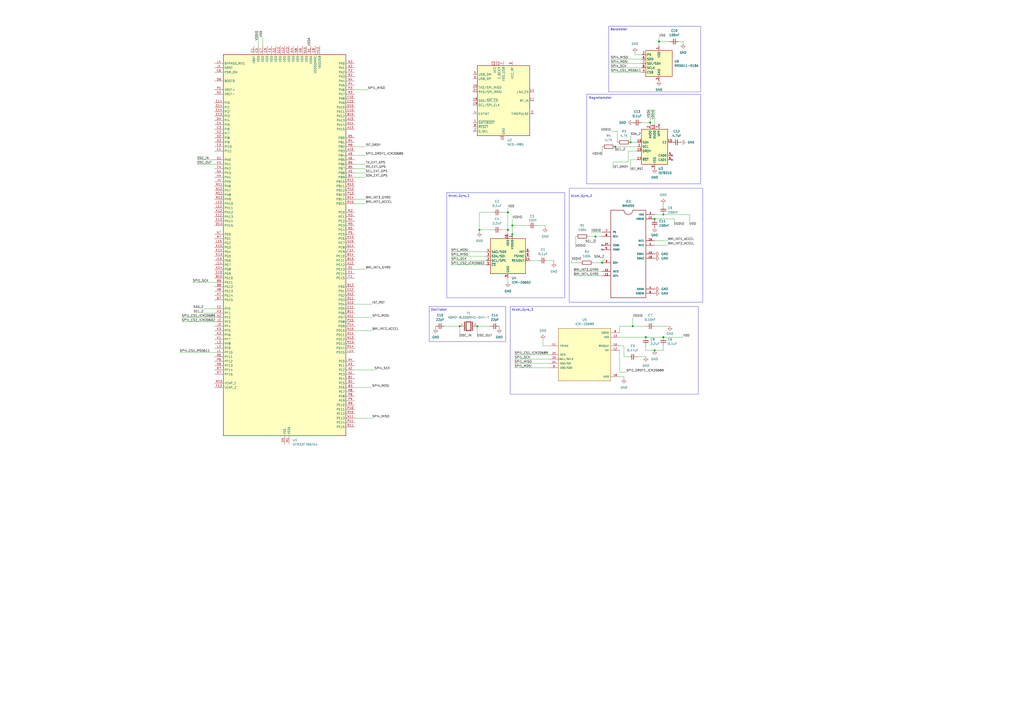
<source format=kicad_sch>
(kicad_sch (version 20250114) (generator "eeschema") (generator_version "9.0")
  (paper "A2")
  (title_block (title "STM32 Value Line Discovery - Shiled board") (date "20 oct 2012") (rev "1.0"))
  (lib_symbols
    (symbol "ABM2-8.000MHZ-D4Y-T:ABM2-8.000MHZ-D4Y-T" (pin_names (offset 1.016))
      (property "Reference" "Y" (at -5.0878 3.8159 0))
      (property "Value" "ABM2-8.000MHZ-D4Y-T" (at -5.0944 -5.0944 0))
      (symbol "ABM2-8.000MHZ-D4Y-T_0_0"
        (pin passive line (at -5.08 0 0) (length 2.54) (name "~") (number "1"))
        (pin passive line (at 5.08 0 180) (length 2.54) (name "~") (number "2"))
      )
    )
    (symbol "BMI055:BMI055" (pin_names (offset 1.016))
      (property "Reference" "IC" (at -10.1755 22.8948 0))
      (property "Value" "BMI055" (at -10.1753 -35.6135 0))
      (symbol "BMI055_0_0"
        (pin input line (at -15.24 7.62 0) (length 5.08) (name "PS") (number "7"))
        (pin input line (at -15.24 5.08 0) (length 5.08) (name "SCX") (number "8"))
        (pin input line (at -15.24 0 0) (length 5.08) (name "CSB1") (number "14"))
        (pin input line (at -15.24 -2.54 0) (length 5.08) (name "CSB2") (number "5"))
        (pin bidirectional line (at -15.24 -10.16 0) (length 5.08) (name "SDX") (number "9"))
        (pin bidirectional line (at -15.24 -15.24 0) (length 5.08) (name "INT3") (number "12"))
        (pin bidirectional line (at -15.24 -17.78 0) (length 5.08) (name "INT4") (number "13"))
        (pin power_in line (at 15.24 17.78 180) (length 5.08) (name "VDD") (number "3"))
        (pin power_in line (at 15.24 15.24 180) (length 5.08) (name "VDDIO") (number "11"))
        (pin output line (at 15.24 2.54 180) (length 5.08) (name "INT1") (number "16"))
        (pin output line (at 15.24 0 180) (length 5.08) (name "INT2") (number "1"))
        (pin output line (at 15.24 -5.08 180) (length 5.08) (name "SDO1") (number "15"))
        (pin output line (at 15.24 -7.62 180) (length 5.08) (name "SDO2") (number "10"))
        (pin passive line (at 15.24 -25.4 180) (length 5.08) (name "GNDA") (number "4"))
        (pin passive line (at 15.24 -27.94 180) (length 5.08) (name "GNDIO") (number "6"))
      )
    )
    (symbol "Device:C_Small" (pin_numbers (hide yes)) (pin_names (offset 0.254) (hide yes))
      (property "Reference" "C" (at 0.254 1.778 0))
      (property "Value" "C_Small" (at 0.254 -2.032 0))
      (symbol "C_Small_1_1"
        (pin passive line (at 0 2.54 270) (length 2.032) (name "~") (number "1"))
        (pin passive line (at 0 -2.54 90) (length 2.032) (name "~") (number "2"))
      )
    )
    (symbol "Device:R" (pin_numbers (hide yes)) (pin_names (offset 0))
      (property "Reference" "R" (at 2.032 0 90))
      (property "Value" "R" (at 0 0 90))
      (symbol "R_1_1"
        (pin passive line (at 0 3.81 270) (length 1.27) (name "~") (number "1"))
        (pin passive line (at 0 -3.81 90) (length 1.27) (name "~") (number "2"))
      )
    )
    (symbol "ICM-20689:ICM-20689" (pin_names (offset 1.016))
      (property "Reference" "U" (at -15.2635 15.7723 0))
      (property "Value" "ICM-20689" (at -15.265 -17.8092 0))
      (symbol "ICM-20689_0_0"
        (pin input line (at -20.32 5.08 0) (length 5.08) (name "FSYNC") (number "11"))
        (pin input line (at -20.32 0 0) (length 5.08) (name "NCS") (number "22"))
        (pin input clock (at -20.32 -2.54 0) (length 5.08) (name "SCL/SCLK") (number "23"))
        (pin bidirectional line (at -20.32 -5.08 0) (length 5.08) (name "SDA/SDI") (number "24"))
        (pin bidirectional line (at -20.32 -7.62 0) (length 5.08) (name "AD0/SDO") (number "9"))
        (pin power_in line (at 20.32 12.7 180) (length 5.08) (name "VDDIO") (number "8"))
        (pin power_in line (at 20.32 10.16 180) (length 5.08) (name "VDD") (number "13"))
        (pin output line (at 20.32 5.08 180) (length 5.08) (name "REGOUT") (number "10"))
        (pin output line (at 20.32 2.54 180) (length 5.08) (name "INT") (number "12"))
        (pin power_in line (at 20.32 -12.7 180) (length 5.08) (name "GND") (number "18"))
      )
    )
    (symbol "MCU_ST_STM32F7:STM32F765IIKx"
      (property "Reference" "U" (at -35.56 113.03 0))
      (property "Value" "STM32F765IIKx" (at 22.86 113.03 0))
      (symbol "STM32F765IIKx_1_1"
        (pin input line (at -40.64 106.68 0) (length 5.08) (name "BYPASS_REG") (number "L4"))
        (pin input line (at -40.64 104.14 0) (length 5.08) (name "NRST") (number "J1"))
        (pin input line (at -40.64 101.6 0) (length 5.08) (name "PDR_ON") (number "C6"))
        (pin input line (at -40.64 96.52 0) (length 5.08) (name "BOOT0") (number "D6"))
        (pin input line (at -40.64 91.44 0) (length 5.08) (name "VREF+") (number "P1"))
        (pin input line (at -40.64 88.9 0) (length 5.08) (name "VREF-") (number "N1"))
        (pin bidirectional line (at -40.64 83.82 0) (length 5.08) (name "PI0") (number "E14"))
        (pin bidirectional line (at -40.64 81.28 0) (length 5.08) (name "PI1") (number "D14"))
        (pin bidirectional line (at -40.64 78.74 0) (length 5.08) (name "PI2") (number "C14"))
        (pin bidirectional line (at -40.64 76.2 0) (length 5.08) (name "PI3") (number "C13"))
        (pin bidirectional line (at -40.64 73.66 0) (length 5.08) (name "PI4") (number "D4"))
        (pin bidirectional line (at -40.64 71.12 0) (length 5.08) (name "PI5") (number "C4"))
        (pin bidirectional line (at -40.64 68.58 0) (length 5.08) (name "PI6") (number "C3"))
        (pin bidirectional line (at -40.64 66.04 0) (length 5.08) (name "PI7") (number "C2"))
        (pin bidirectional line (at -40.64 63.5 0) (length 5.08) (name "PI8") (number "D2"))
        (pin bidirectional line (at -40.64 60.96 0) (length 5.08) (name "PI9") (number "D3"))
        (pin bidirectional line (at -40.64 58.42 0) (length 5.08) (name "PI10") (number "E3"))
        (pin bidirectional line (at -40.64 55.88 0) (length 5.08) (name "PI11") (number "E4"))
        (pin bidirectional line (at -40.64 50.8 0) (length 5.08) (name "PH0") (number "G1"))
        (pin bidirectional line (at -40.64 48.26 0) (length 5.08) (name "PH1") (number "H1"))
        (pin bidirectional line (at -40.64 45.72 0) (length 5.08) (name "PH2") (number "F4"))
        (pin bidirectional line (at -40.64 43.18 0) (length 5.08) (name "PH3") (number "G4"))
        (pin bidirectional line (at -40.64 40.64 0) (length 5.08) (name "PH4") (number "H4"))
        (pin bidirectional line (at -40.64 38.1 0) (length 5.08) (name "PH5") (number "J4"))
        (pin bidirectional line (at -40.64 35.56 0) (length 5.08) (name "PH6") (number "M11"))
        (pin bidirectional line (at -40.64 33.02 0) (length 5.08) (name "PH7") (number "N12"))
        (pin bidirectional line (at -40.64 30.48 0) (length 5.08) (name "PH8") (number "M12"))
        (pin bidirectional line (at -40.64 27.94 0) (length 5.08) (name "PH9") (number "M13"))
        (pin bidirectional line (at -40.64 25.4 0) (length 5.08) (name "PH10") (number "L13"))
        (pin bidirectional line (at -40.64 22.86 0) (length 5.08) (name "PH11") (number "L12"))
        (pin bidirectional line (at -40.64 20.32 0) (length 5.08) (name "PH12") (number "K12"))
        (pin bidirectional line (at -40.64 17.78 0) (length 5.08) (name "PH13") (number "E12"))
        (pin bidirectional line (at -40.64 15.24 0) (length 5.08) (name "PH14") (number "E13"))
        (pin bidirectional line (at -40.64 12.7 0) (length 5.08) (name "PH15") (number "D13"))
        (pin bidirectional line (at -40.64 7.62 0) (length 5.08) (name "PG0") (number "N7"))
        (pin bidirectional line (at -40.64 5.08 0) (length 5.08) (name "PG1") (number "M7"))
        (pin bidirectional line (at -40.64 2.54 0) (length 5.08) (name "PG2") (number "L15"))
        (pin bidirectional line (at -40.64 0 0) (length 5.08) (name "PG3") (number "K15"))
        (pin bidirectional line (at -40.64 -2.54 0) (length 5.08) (name "PG4") (number "K14"))
        (pin bidirectional line (at -40.64 -5.08 0) (length 5.08) (name "PG5") (number "K13"))
        (pin bidirectional line (at -40.64 -7.62 0) (length 5.08) (name "PG6") (number "J15"))
        (pin bidirectional line (at -40.64 -10.16 0) (length 5.08) (name "PG7") (number "J14"))
        (pin bidirectional line (at -40.64 -12.7 0) (length 5.08) (name "PG8") (number "H14"))
        (pin bidirectional line (at -40.64 -15.24 0) (length 5.08) (name "PG9") (number "C10"))
        (pin bidirectional line (at -40.64 -17.78 0) (length 5.08) (name "PG10") (number "B10"))
        (pin bidirectional line (at -40.64 -20.32 0) (length 5.08) (name "PG11") (number "B9"))
        (pin bidirectional line (at -40.64 -22.86 0) (length 5.08) (name "PG12") (number "B8"))
        (pin bidirectional line (at -40.64 -25.4 0) (length 5.08) (name "PG13") (number "A8"))
        (pin bidirectional line (at -40.64 -27.94 0) (length 5.08) (name "PG14") (number "A7"))
        (pin bidirectional line (at -40.64 -30.48 0) (length 5.08) (name "PG15") (number "B7"))
        (pin bidirectional line (at -40.64 -35.56 0) (length 5.08) (name "PF0") (number "E2"))
        (pin bidirectional line (at -40.64 -38.1 0) (length 5.08) (name "PF1") (number "H3"))
        (pin bidirectional line (at -40.64 -40.64 0) (length 5.08) (name "PF2") (number "H2"))
        (pin bidirectional line (at -40.64 -43.18 0) (length 5.08) (name "PF3") (number "J2"))
        (pin bidirectional line (at -40.64 -45.72 0) (length 5.08) (name "PF4") (number "J3"))
        (pin bidirectional line (at -40.64 -48.26 0) (length 5.08) (name "PF5") (number "K3"))
        (pin bidirectional line (at -40.64 -50.8 0) (length 5.08) (name "PF6") (number "K2"))
        (pin bidirectional line (at -40.64 -53.34 0) (length 5.08) (name "PF7") (number "K1"))
        (pin bidirectional line (at -40.64 -55.88 0) (length 5.08) (name "PF8") (number "L3"))
        (pin bidirectional line (at -40.64 -58.42 0) (length 5.08) (name "PF9") (number "L2"))
        (pin bidirectional line (at -40.64 -60.96 0) (length 5.08) (name "PF10") (number "L1"))
        (pin bidirectional line (at -40.64 -63.5 0) (length 5.08) (name "PF11") (number "R6"))
        (pin bidirectional line (at -40.64 -66.04 0) (length 5.08) (name "PF12") (number "P6"))
        (pin bidirectional line (at -40.64 -68.58 0) (length 5.08) (name "PF13") (number "N6"))
        (pin bidirectional line (at -40.64 -71.12 0) (length 5.08) (name "PF14") (number "R7"))
        (pin bidirectional line (at -40.64 -73.66 0) (length 5.08) (name "PF15") (number "P7"))
        (pin power_out line (at -40.64 -78.74 0) (length 5.08) (name "VCAP_1") (number "M10"))
        (pin power_out line (at -40.64 -81.28 0) (length 5.08) (name "VCAP_2") (number "F13"))
        (pin power_in line (at -17.78 116.84 270) (length 5.08) (name "VBAT") (number "C1"))
        (pin power_in line (at -15.24 116.84 270) (length 5.08) (name "VDD") (number "C5"))
        (pin power_in line (at -12.7 116.84 270) (length 5.08) (name "VDD") (number "C7"))
        (pin power_in line (at -10.16 116.84 270) (length 5.08) (name "VDD") (number "C9"))
        (pin power_in line (at -7.62 116.84 270) (length 5.08) (name "VDD") (number "F3"))
        (pin power_in line (at -5.08 116.84 270) (length 5.08) (name "VDD") (number "G3"))
        (pin power_in line (at -2.54 116.84 270) (length 5.08) (name "VDD") (number "G13"))
        (pin power_in line (at 0 116.84 270) (length 5.08) (name "VDD") (number "J12"))
        (pin power_in line (at 0 -114.3 90) (length 5.08) (name "VSS") (number "D5"))
        (pin passive line (at 0 -114.3 90) (length 5.08) (hide yes) (name "VSS") (number "D7"))
        (pin passive line (at 0 -114.3 90) (length 5.08) (hide yes) (name "VSS") (number "D8"))
        (pin passive line (at 0 -114.3 90) (length 5.08) (hide yes) (name "VSS") (number "D9"))
        (pin passive line (at 0 -114.3 90) (length 5.08) (hide yes) (name "VSS") (number "F10"))
        (pin passive line (at 0 -114.3 90) (length 5.08) (hide yes) (name "VSS") (number "F12"))
        (pin passive line (at 0 -114.3 90) (length 5.08) (hide yes) (name "VSS") (number "F2"))
        (pin passive line (at 0 -114.3 90) (length 5.08) (hide yes) (name "VSS") (number "F6"))
        (pin passive line (at 0 -114.3 90) (length 5.08) (hide yes) (name "VSS") (number "F7"))
        (pin passive line (at 0 -114.3 90) (length 5.08) (hide yes) (name "VSS") (number "F8"))
        (pin passive line (at 0 -114.3 90) (length 5.08) (hide yes) (name "VSS") (number "F9"))
        (pin passive line (at 0 -114.3 90) (length 5.08) (hide yes) (name "VSS") (number "G10"))
        (pin passive line (at 0 -114.3 90) (length 5.08) (hide yes) (name "VSS") (number "G12"))
        (pin passive line (at 0 -114.3 90) (length 5.08) (hide yes) (name "VSS") (number "G2"))
        (pin passive line (at 0 -114.3 90) (length 5.08) (hide yes) (name "VSS") (number "G6"))
        (pin passive line (at 0 -114.3 90) (length 5.08) (hide yes) (name "VSS") (number "G7"))
        (pin passive line (at 0 -114.3 90) (length 5.08) (hide yes) (name "VSS") (number "G8"))
        (pin passive line (at 0 -114.3 90) (length 5.08) (hide yes) (name "VSS") (number "G9"))
        (pin passive line (at 0 -114.3 90) (length 5.08) (hide yes) (name "VSS") (number "H10"))
        (pin passive line (at 0 -114.3 90) (length 5.08) (hide yes) (name "VSS") (number "H12"))
        (pin passive line (at 0 -114.3 90) (length 5.08) (hide yes) (name "VSS") (number "H6"))
        (pin passive line (at 0 -114.3 90) (length 5.08) (hide yes) (name "VSS") (number "H7"))
        (pin passive line (at 0 -114.3 90) (length 5.08) (hide yes) (name "VSS") (number "H8"))
        (pin passive line (at 0 -114.3 90) (length 5.08) (hide yes) (name "VSS") (number "H9"))
        (pin passive line (at 0 -114.3 90) (length 5.08) (hide yes) (name "VSS") (number "J10"))
        (pin passive line (at 0 -114.3 90) (length 5.08) (hide yes) (name "VSS") (number "J6"))
        (pin passive line (at 0 -114.3 90) (length 5.08) (hide yes) (name "VSS") (number "J7"))
        (pin passive line (at 0 -114.3 90) (length 5.08) (hide yes) (name "VSS") (number "J8"))
        (pin passive line (at 0 -114.3 90) (length 5.08) (hide yes) (name "VSS") (number "J9"))
        (pin passive line (at 0 -114.3 90) (length 5.08) (hide yes) (name "VSS") (number "K10"))
        (pin passive line (at 0 -114.3 90) (length 5.08) (hide yes) (name "VSS") (number "K6"))
        (pin passive line (at 0 -114.3 90) (length 5.08) (hide yes) (name "VSS") (number "K7"))
        (pin passive line (at 0 -114.3 90) (length 5.08) (hide yes) (name "VSS") (number "K8"))
        (pin passive line (at 0 -114.3 90) (length 5.08) (hide yes) (name "VSS") (number "K9"))
        (pin passive line (at 0 -114.3 90) (length 5.08) (hide yes) (name "VSS") (number "M8"))
        (pin passive line (at 0 -114.3 90) (length 5.08) (hide yes) (name "VSS") (number "M9"))
        (pin power_in line (at 2.54 116.84 270) (length 5.08) (name "VDD") (number "J13"))
        (pin power_in line (at 2.54 -114.3 90) (length 5.08) (name "VSSA") (number "M1"))
        (pin power_in line (at 5.08 116.84 270) (length 5.08) (name "VDD") (number "K4"))
        (pin power_in line (at 7.62 116.84 270) (length 5.08) (name "VDD") (number "N8"))
        (pin power_in line (at 10.16 116.84 270) (length 5.08) (name "VDD") (number "N9"))
        (pin power_in line (at 12.7 116.84 270) (length 5.08) (name "VDD") (number "N10"))
        (pin power_in line (at 15.24 116.84 270) (length 5.08) (name "VDDA") (number "R1"))
        (pin power_in line (at 17.78 116.84 270) (length 5.08) (name "VDDSDMMC") (number "C8"))
        (pin power_in line (at 20.32 116.84 270) (length 5.08) (name "VDDUSB") (number "H13"))
        (pin bidirectional line (at 40.64 106.68 180) (length 5.08) (name "PA0") (number "N3"))
        (pin bidirectional line (at 40.64 104.14 180) (length 5.08) (name "PA1") (number "N2"))
        (pin bidirectional line (at 40.64 101.6 180) (length 5.08) (name "PA2") (number "P2"))
        (pin bidirectional line (at 40.64 99.06 180) (length 5.08) (name "PA3") (number "R2"))
        (pin bidirectional line (at 40.64 96.52 180) (length 5.08) (name "PA4") (number "N4"))
        (pin bidirectional line (at 40.64 93.98 180) (length 5.08) (name "PA5") (number "P4"))
        (pin bidirectional line (at 40.64 91.44 180) (length 5.08) (name "PA6") (number "P3"))
        (pin bidirectional line (at 40.64 88.9 180) (length 5.08) (name "PA7") (number "R3"))
        (pin bidirectional line (at 40.64 86.36 180) (length 5.08) (name "PA8") (number "F15"))
        (pin bidirectional line (at 40.64 83.82 180) (length 5.08) (name "PA9") (number "E15"))
        (pin bidirectional line (at 40.64 81.28 180) (length 5.08) (name "PA10") (number "D15"))
        (pin bidirectional line (at 40.64 78.74 180) (length 5.08) (name "PA11") (number "C15"))
        (pin bidirectional line (at 40.64 76.2 180) (length 5.08) (name "PA12") (number "B15"))
        (pin bidirectional line (at 40.64 73.66 180) (length 5.08) (name "PA13") (number "A15"))
        (pin bidirectional line (at 40.64 71.12 180) (length 5.08) (name "PA14") (number "A14"))
        (pin bidirectional line (at 40.64 68.58 180) (length 5.08) (name "PA15") (number "A13"))
        (pin bidirectional line (at 40.64 63.5 180) (length 5.08) (name "PB0") (number "R5"))
        (pin bidirectional line (at 40.64 60.96 180) (length 5.08) (name "PB1") (number "R4"))
        (pin bidirectional line (at 40.64 58.42 180) (length 5.08) (name "PB2") (number "M6"))
        (pin bidirectional line (at 40.64 55.88 180) (length 5.08) (name "PB3") (number "A10"))
        (pin bidirectional line (at 40.64 53.34 180) (length 5.08) (name "PB4") (number "A9"))
        (pin bidirectional line (at 40.64 50.8 180) (length 5.08) (name "PB5") (number "A6"))
        (pin bidirectional line (at 40.64 48.26 180) (length 5.08) (name "PB6") (number "B6"))
        (pin bidirectional line (at 40.64 45.72 180) (length 5.08) (name "PB7") (number "B5"))
        (pin bidirectional line (at 40.64 43.18 180) (length 5.08) (name "PB8") (number "A5"))
        (pin bidirectional line (at 40.64 40.64 180) (length 5.08) (name "PB9") (number "B4"))
        (pin bidirectional line (at 40.64 38.1 180) (length 5.08) (name "PB10") (number "R12"))
        (pin bidirectional line (at 40.64 35.56 180) (length 5.08) (name "PB11") (number "R13"))
        (pin bidirectional line (at 40.64 33.02 180) (length 5.08) (name "PB12") (number "P12"))
        (pin bidirectional line (at 40.64 30.48 180) (length 5.08) (name "PB13") (number "P13"))
        (pin bidirectional line (at 40.64 27.94 180) (length 5.08) (name "PB14") (number "R14"))
        (pin bidirectional line (at 40.64 25.4 180) (length 5.08) (name "PB15") (number "R15"))
        (pin bidirectional line (at 40.64 20.32 180) (length 5.08) (name "PC0") (number "M2"))
        (pin bidirectional line (at 40.64 17.78 180) (length 5.08) (name "PC1") (number "M3"))
        (pin bidirectional line (at 40.64 15.24 180) (length 5.08) (name "PC2") (number "M4"))
        (pin bidirectional line (at 40.64 12.7 180) (length 5.08) (name "PC3") (number "M5"))
        (pin bidirectional line (at 40.64 10.16 180) (length 5.08) (name "PC4") (number "N5"))
        (pin bidirectional line (at 40.64 7.62 180) (length 5.08) (name "PC5") (number "P5"))
        (pin bidirectional line (at 40.64 5.08 180) (length 5.08) (name "PC6") (number "H15"))
        (pin bidirectional line (at 40.64 2.54 180) (length 5.08) (name "PC7") (number "G15"))
        (pin bidirectional line (at 40.64 0 180) (length 5.08) (name "PC8") (number "G14"))
        (pin bidirectional line (at 40.64 -2.54 180) (length 5.08) (name "PC9") (number "F14"))
        (pin bidirectional line (at 40.64 -5.08 180) (length 5.08) (name "PC10") (number "B14"))
        (pin bidirectional line (at 40.64 -7.62 180) (length 5.08) (name "PC11") (number "B13"))
        (pin bidirectional line (at 40.64 -10.16 180) (length 5.08) (name "PC12") (number "A12"))
        (pin bidirectional line (at 40.64 -12.7 180) (length 5.08) (name "PC13") (number "D1"))
        (pin bidirectional line (at 40.64 -15.24 180) (length 5.08) (name "PC14") (number "E1"))
        (pin bidirectional line (at 40.64 -17.78 180) (length 5.08) (name "PC15") (number "F1"))
        (pin bidirectional line (at 40.64 -22.86 180) (length 5.08) (name "PD0") (number "B12"))
        (pin bidirectional line (at 40.64 -25.4 180) (length 5.08) (name "PD1") (number "C12"))
        (pin bidirectional line (at 40.64 -27.94 180) (length 5.08) (name "PD2") (number "D12"))
        (pin bidirectional line (at 40.64 -30.48 180) (length 5.08) (name "PD3") (number "D11"))
        (pin bidirectional line (at 40.64 -33.02 180) (length 5.08) (name "PD4") (number "D10"))
        (pin bidirectional line (at 40.64 -35.56 180) (length 5.08) (name "PD5") (number "C11"))
        (pin bidirectional line (at 40.64 -38.1 180) (length 5.08) (name "PD6") (number "B11"))
        (pin bidirectional line (at 40.64 -40.64 180) (length 5.08) (name "PD7") (number "A11"))
        (pin bidirectional line (at 40.64 -43.18 180) (length 5.08) (name "PD8") (number "P15"))
        (pin bidirectional line (at 40.64 -45.72 180) (length 5.08) (name "PD9") (number "P14"))
        (pin bidirectional line (at 40.64 -48.26 180) (length 5.08) (name "PD10") (number "N15"))
        (pin bidirectional line (at 40.64 -50.8 180) (length 5.08) (name "PD11") (number "N14"))
        (pin bidirectional line (at 40.64 -53.34 180) (length 5.08) (name "PD12") (number "N13"))
        (pin bidirectional line (at 40.64 -55.88 180) (length 5.08) (name "PD13") (number "M15"))
        (pin bidirectional line (at 40.64 -58.42 180) (length 5.08) (name "PD14") (number "M14"))
        (pin bidirectional line (at 40.64 -60.96 180) (length 5.08) (name "PD15") (number "L14"))
        (pin bidirectional line (at 40.64 -66.04 180) (length 5.08) (name "PE0") (number "A4"))
        (pin bidirectional line (at 40.64 -68.58 180) (length 5.08) (name "PE1") (number "A3"))
        (pin bidirectional line (at 40.64 -71.12 180) (length 5.08) (name "PE2") (number "A2"))
        (pin bidirectional line (at 40.64 -73.66 180) (length 5.08) (name "PE3") (number "A1"))
        (pin bidirectional line (at 40.64 -76.2 180) (length 5.08) (name "PE4") (number "B1"))
        (pin bidirectional line (at 40.64 -78.74 180) (length 5.08) (name "PE5") (number "B2"))
        (pin bidirectional line (at 40.64 -81.28 180) (length 5.08) (name "PE6") (number "B3"))
        (pin bidirectional line (at 40.64 -83.82 180) (length 5.08) (name "PE7") (number "R8"))
        (pin bidirectional line (at 40.64 -86.36 180) (length 5.08) (name "PE8") (number "P8"))
        (pin bidirectional line (at 40.64 -88.9 180) (length 5.08) (name "PE9") (number "P9"))
        (pin bidirectional line (at 40.64 -91.44 180) (length 5.08) (name "PE10") (number "R9"))
        (pin bidirectional line (at 40.64 -93.98 180) (length 5.08) (name "PE11") (number "P10"))
        (pin bidirectional line (at 40.64 -96.52 180) (length 5.08) (name "PE12") (number "R10"))
        (pin bidirectional line (at 40.64 -99.06 180) (length 5.08) (name "PE13") (number "N11"))
        (pin bidirectional line (at 40.64 -101.6 180) (length 5.08) (name "PE14") (number "P11"))
        (pin bidirectional line (at 40.64 -104.14 180) (length 5.08) (name "PE15") (number "R11"))
      )
    )
    (symbol "RF_GPS:NEO-M8N"
      (property "Reference" "U" (at -13.97 21.59 0))
      (property "Value" "NEO-M8N" (at 11.43 21.59 0))
      (symbol "NEO-M8N_1_1"
        (pin bidirectional line (at -17.78 15.24 0) (length 2.54) (name "USB_DM") (number "5"))
        (pin bidirectional line (at -17.78 12.7 0) (length 2.54) (name "USB_DP") (number "6"))
        (pin output line (at -17.78 7.62 0) (length 2.54) (name "TXD/SPI_MISO") (number "20"))
        (pin input line (at -17.78 5.08 0) (length 2.54) (name "RXD/SPI_MOSI") (number "21"))
        (pin bidirectional line (at -17.78 0 0) (length 2.54) (name "SDA/~{SPI_CS}") (number "18"))
        (pin input line (at -17.78 -2.54 0) (length 2.54) (name "SCL/SPI_CLK") (number "19"))
        (pin input line (at -17.78 -7.62 0) (length 2.54) (name "EXTINT") (number "4"))
        (pin input line (at -17.78 -12.7 0) (length 2.54) (name "~{SAFEBOOT}") (number "1"))
        (pin input line (at -17.78 -15.24 0) (length 2.54) (name "~{RESET}") (number "8"))
        (pin input line (at -17.78 -17.78 0) (length 2.54) (name "D_SEL") (number "2"))
        (pin power_in line (at -5.08 22.86 270) (length 2.54) (name "VCC") (number "23"))
        (pin power_in line (at -2.54 22.86 270) (length 2.54) (name "V_BCKP") (number "22"))
        (pin power_in line (at 0 22.86 270) (length 2.54) (name "VDD_USB") (number "7"))
        (pin power_in line (at 0 -22.86 90) (length 2.54) (name "GND") (number "10"))
        (pin passive line (at 0 -22.86 90) (length 2.54) (hide yes) (name "GND") (number "12"))
        (pin passive line (at 0 -22.86 90) (length 2.54) (hide yes) (name "GND") (number "13"))
        (pin passive line (at 0 -22.86 90) (length 2.54) (hide yes) (name "GND") (number "24"))
        (pin power_out line (at 5.08 22.86 270) (length 2.54) (name "VCC_RF") (number "9"))
        (pin no_connect line (at 15.24 -10.16 180) (length 2.54) (hide yes) (name "RESERVED") (number "15"))
        (pin no_connect line (at 15.24 -12.7 180) (length 2.54) (hide yes) (name "RESERVED") (number "16"))
        (pin no_connect line (at 15.24 -15.24 180) (length 2.54) (hide yes) (name "RESERVED") (number "17"))
        (pin output line (at 17.78 5.08 180) (length 2.54) (name "LNA_EN") (number "14"))
        (pin input line (at 17.78 0 180) (length 2.54) (name "RF_IN") (number "11"))
        (pin output line (at 17.78 -7.62 180) (length 2.54) (name "TIMEPULSE") (number "3"))
      )
    )
    (symbol "Sensor_Magnetic:IST8310"
      (property "Reference" "U" (at -7.62 11.43 0))
      (property "Value" "IST8310" (at 10.16 11.43 0))
      (symbol "IST8310_1_1"
        (pin bidirectional line (at -10.16 2.54 0) (length 2.54) (name "SDA") (number "16"))
        (pin input line (at -10.16 0 0) (length 2.54) (name "SCL") (number "1"))
        (pin output line (at -10.16 -2.54 0) (length 2.54) (name "DRDY") (number "15"))
        (pin input line (at -10.16 -7.62 0) (length 2.54) (name "~{RST}") (number "14"))
        (pin no_connect line (at -7.62 7.62 0) (length 2.54) (hide yes) (name "NC") (number "3"))
        (pin no_connect line (at -7.62 5.08 0) (length 2.54) (hide yes) (name "NC") (number "4"))
        (pin power_in line (at -2.54 12.7 270) (length 2.54) (name "AVDD") (number "2"))
        (pin power_in line (at 0 12.7 270) (length 2.54) (name "DVDD") (number "13"))
        (pin passive line (at 0 -12.7 90) (length 2.54) (hide yes) (name "VSS") (number "11"))
        (pin power_in line (at 0 -12.7 90) (length 2.54) (name "VSS") (number "9"))
        (pin passive line (at 2.54 12.7 270) (length 2.54) (name "VPP") (number "7"))
        (pin no_connect line (at 7.62 7.62 180) (length 2.54) (hide yes) (name "NC") (number "12"))
        (pin no_connect line (at 7.62 5.08 180) (length 2.54) (hide yes) (name "NC") (number "8"))
        (pin passive line (at 10.16 2.54 180) (length 2.54) (name "C1") (number "10"))
        (pin input line (at 10.16 -5.08 180) (length 2.54) (name "CAD0") (number "5"))
        (pin input line (at 10.16 -7.62 180) (length 2.54) (name "CAD1") (number "6"))
      )
    )
    (symbol "Sensor_Motion:ICM-20602"
      (property "Reference" "U" (at -10.16 11.43 0))
      (property "Value" "ICM-20602" (at 10.16 11.43 0))
      (symbol "ICM-20602_1_1"
        (pin bidirectional line (at -12.7 2.54 0) (length 2.54) (name "SAO/SD0") (number "4"))
        (pin bidirectional line (at -12.7 0 0) (length 2.54) (name "SDA/SDI") (number "3"))
        (pin input line (at -12.7 -2.54 0) (length 2.54) (name "SCL/SPC") (number "2"))
        (pin input line (at -12.7 -5.08 0) (length 2.54) (name "~{CS}") (number "5"))
        (pin no_connect line (at -10.16 5.08 0) (length 2.54) (hide yes) (name "RESV") (number "7"))
        (pin power_in line (at 0 12.7 270) (length 2.54) (name "VDD") (number "16"))
        (pin passive line (at 0 -12.7 90) (length 2.54) (hide yes) (name "GND") (number "10"))
        (pin passive line (at 0 -12.7 90) (length 2.54) (hide yes) (name "GND") (number "11"))
        (pin passive line (at 0 -12.7 90) (length 2.54) (hide yes) (name "GND") (number "12"))
        (pin passive line (at 0 -12.7 90) (length 2.54) (hide yes) (name "GND") (number "13"))
        (pin passive line (at 0 -12.7 90) (length 2.54) (hide yes) (name "GND") (number "15"))
        (pin power_in line (at 0 -12.7 90) (length 2.54) (name "GND") (number "9"))
        (pin power_in line (at 2.54 12.7 270) (length 2.54) (name "VDDIO") (number "1"))
        (pin output line (at 12.7 2.54 180) (length 2.54) (name "INT") (number "6"))
        (pin input line (at 12.7 0 180) (length 2.54) (name "FSYNC") (number "8"))
        (pin passive line (at 12.7 -2.54 180) (length 2.54) (name "REGOUT") (number "14"))
      )
    )
    (symbol "Sensor_Pressure:MS5611-01BA"
      (property "Reference" "U" (at -6.35 8.89 0))
      (property "Value" "MS5611-01BA" (at 7.62 8.89 0))
      (symbol "MS5611-01BA_1_1"
        (pin input line (at -10.16 5.08 0) (length 2.54) (name "PS") (number "2"))
        (pin output line (at -10.16 2.54 0) (length 2.54) (name "SDO") (number "6"))
        (pin bidirectional line (at -10.16 0 0) (length 2.54) (name "SDI/SDA") (number "7"))
        (pin input line (at -10.16 -2.54 0) (length 2.54) (name "SCLK") (number "8"))
        (pin input line (at -10.16 -5.08 0) (length 2.54) (name "CSB") (number "4"))
        (pin input line (at -10.16 -5.08 0) (length 2.54) (hide yes) (name "CSB") (number "5"))
        (pin power_in line (at 0 10.16 270) (length 2.54) (name "VDD") (number "1"))
        (pin power_in line (at 0 -10.16 90) (length 2.54) (name "GND") (number "3"))
      )
    )
    (symbol "power:GND" (power) (pin_numbers (hide yes)) (pin_names (offset 0) (hide yes))
      (property "Value" "GND" (at 0 -3.81 0))
      (symbol "GND_1_1"
        (pin power_in line (at 0 0 270) (length 0) (name "~") (number "1"))
      )
    )
  )
  (rectangle (start 330.2 109.22) (end 407.67 175.26))
  (rectangle (start 344.17 55.88) (end 344.17 55.88))
  (rectangle (start 340.36 54.61) (end 406.4 106.68))
  (text "Magnetometer" (at 348.234 56.896 0) (effects (font (size 1.27 1.27))))
  (text "Accel_Gyro_2" (at 337.312 113.792 0) (effects (font (size 1.27 1.27))))
  (text_box "Accel_Gyro_3\n" (at 295.91 177.8 0) (size 109.22 50.8) (margins 0.9525 0.9525 0.9525 0.9525) (effects (font (size 1.27 1.27)) (justify left top)))
  (text_box "Oscillator\n" (at 248.92 177.8 0) (size 44.45 20.32) (margins 0.9525 0.9525 0.9525 0.9525) (effects (font (size 1.27 1.27)) (justify left top)))
  (text_box "Accel_Gyro_1\n" (at 259.08 111.76 0) (size 68.58 60.96) (margins 0.9525 0.9525 0.9525 0.9525) (effects (font (size 1.27 1.27)) (justify left top)))
  (text_box "Barometer\n" (at 353.06 15.24 0) (size 53.34 38.1) (margins 0.9525 0.9525 0.9525 0.9525) (effects (font (size 1.27 1.27)) (justify left top)))
  (junction (at 349.25 152.4))
  (junction (at 377.19 71.12))
  (junction (at 374.65 195.58))
  (junction (at 278.13 133.35))
  (junction (at 379.73 127))
  (junction (at 365.76 82.55))
  (junction (at 345.44 137.16))
  (junction (at 297.18 130.81))
  (junction (at 356.87 85.09))
  (junction (at 382.27 24.13))
  (junction (at 297.18 135.89))
  (junction (at 384.81 124.46))
  (junction (at 384.81 195.58))
  (junction (at 367.03 189.23))
  (junction (at 379.73 203.2))
  (junction (at 276.86 189.23))
  (junction (at 294.64 133.35))
  (junction (at 266.7 189.23))
  (junction (at 294.64 123.19))
  (no_connect (at 389.89 92.71))
  (no_connect (at 349.25 144.78))
  (no_connect (at 389.89 90.17))
  (no_connect (at 349.25 142.24))
  (no_connect (at 382.27 72.39))
  (wire (pts (xy 379.73 139.7) (xy 387.35 139.7)))
  (wire (pts (xy 354.33 36.83) (xy 372.11 36.83)))
  (wire (pts (xy 289.56 190.5) (xy 289.56 189.23)))
  (wire (pts (xy 311.15 130.81) (xy 316.23 130.81)))
  (wire (pts (xy 285.75 123.19) (xy 278.13 123.19)))
  (wire (pts (xy 345.44 137.16) (xy 349.25 137.16)))
  (wire (pts (xy 358.14 82.55) (xy 358.14 76.2)))
  (wire (pts (xy 205.74 85.09) (xy 212.09 85.09)))
  (wire (pts (xy 332.74 160.02) (xy 349.25 160.02)))
  (wire (pts (xy 365.76 92.71) (xy 365.76 99.06)))
  (wire (pts (xy 118.11 181.61) (xy 124.46 181.61)))
  (wire (pts (xy 297.18 130.81) (xy 297.18 135.89)))
  (wire (pts (xy 205.74 242.57) (xy 215.9 242.57)))
  (wire (pts (xy 297.18 127) (xy 297.18 130.81)))
  (wire (pts (xy 278.13 123.19) (xy 278.13 133.35)))
  (wire (pts (xy 297.18 139.7) (xy 297.18 135.89)))
  (wire (pts (xy 369.57 207.01) (xy 374.65 207.01)))
  (wire (pts (xy 379.73 142.24) (xy 387.35 142.24)))
  (wire (pts (xy 205.74 191.77) (xy 215.9 191.77)))
  (wire (pts (xy 344.17 152.4) (xy 349.25 152.4)))
  (wire (pts (xy 111.76 163.83) (xy 124.46 163.83)))
  (wire (pts (xy 342.9 134.62) (xy 349.25 134.62)))
  (wire (pts (xy 365.76 92.71) (xy 369.57 92.71)))
  (wire (pts (xy 391.16 127) (xy 379.73 127)))
  (wire (pts (xy 359.41 189.23) (xy 359.41 193.04)))
  (wire (pts (xy 205.74 118.11) (xy 212.09 118.11)))
  (wire (pts (xy 377.19 63.5) (xy 377.19 71.12)))
  (wire (pts (xy 396.24 24.13) (xy 393.7 24.13)))
  (wire (pts (xy 261.62 153.67) (xy 281.94 153.67)))
  (wire (pts (xy 205.74 224.79) (xy 215.9 224.79)))
  (wire (pts (xy 356.87 85.09) (xy 369.57 85.09)))
  (wire (pts (xy 372.11 71.12) (xy 377.19 71.12)))
  (wire (pts (xy 294.64 133.35) (xy 294.64 135.89)))
  (wire (pts (xy 205.74 176.53) (xy 215.9 176.53)))
  (wire (pts (xy 349.25 151.13) (xy 349.25 152.4)))
  (wire (pts (xy 118.11 179.07) (xy 124.46 179.07)))
  (wire (pts (xy 331.47 152.4) (xy 336.55 152.4)))
  (wire (pts (xy 278.13 133.35) (xy 285.75 133.35)))
  (wire (pts (xy 212.09 100.33) (xy 205.74 100.33)))
  (wire (pts (xy 294.64 123.19) (xy 294.64 133.35)))
  (wire (pts (xy 365.76 78.74) (xy 365.76 82.55)))
  (wire (pts (xy 114.3 92.71) (xy 124.46 92.71)))
  (wire (pts (xy 290.83 133.35) (xy 294.64 133.35)))
  (wire (pts (xy 367.03 189.23) (xy 367.03 184.15)))
  (wire (pts (xy 350.52 151.13) (xy 349.25 151.13)))
  (wire (pts (xy 359.41 215.9) (xy 363.22 215.9)))
  (wire (pts (xy 354.33 39.37) (xy 372.11 39.37)))
  (wire (pts (xy 367.03 189.23) (xy 374.65 189.23)))
  (wire (pts (xy 278.13 133.35) (xy 278.13 134.62)))
  (wire (pts (xy 266.7 189.23) (xy 266.7 195.58)))
  (wire (pts (xy 298.45 208.28) (xy 318.77 208.28)))
  (wire (pts (xy 105.41 184.15) (xy 124.46 184.15)))
  (wire (pts (xy 114.3 95.25) (xy 124.46 95.25)))
  (wire (pts (xy 252.73 190.5) (xy 252.73 189.23)))
  (wire (pts (xy 350.52 149.86) (xy 350.52 151.13)))
  (wire (pts (xy 354.33 34.29) (xy 372.11 34.29)))
  (wire (pts (xy 379.73 124.46) (xy 384.81 124.46)))
  (wire (pts (xy 361.95 218.44) (xy 359.41 218.44)))
  (wire (pts (xy 212.09 97.79) (xy 205.74 97.79)))
  (wire (pts (xy 149.86 17.78) (xy 149.86 26.67)))
  (wire (pts (xy 384.81 119.38) (xy 384.81 118.11)))
  (wire (pts (xy 384.81 203.2) (xy 379.73 203.2)))
  (wire (pts (xy 349.25 85.09) (xy 349.25 90.17)))
  (wire (pts (xy 104.14 204.47) (xy 124.46 204.47)))
  (wire (pts (xy 384.81 195.58) (xy 396.24 195.58)))
  (wire (pts (xy 261.62 148.59) (xy 281.94 148.59)))
  (wire (pts (xy 276.86 189.23) (xy 276.86 195.58)))
  (wire (pts (xy 361.95 207.01) (xy 361.95 200.66)))
  (wire (pts (xy 341.63 137.16) (xy 345.44 137.16)))
  (wire (pts (xy 377.19 71.12) (xy 377.19 72.39)))
  (wire (pts (xy 298.45 205.74) (xy 318.77 205.74)))
  (wire (pts (xy 205.74 115.57) (xy 212.09 115.57)))
  (wire (pts (xy 345.44 137.16) (xy 345.44 140.97)))
  (wire (pts (xy 205.74 95.25) (xy 212.09 95.25)))
  (wire (pts (xy 331.47 152.4) (xy 331.47 151.13)))
  (wire (pts (xy 332.74 157.48) (xy 349.25 157.48)))
  (wire (pts (xy 321.31 151.13) (xy 317.5 151.13)))
  (wire (pts (xy 261.62 151.13) (xy 281.94 151.13)))
  (wire (pts (xy 382.27 24.13) (xy 382.27 26.67)))
  (wire (pts (xy 391.16 130.81) (xy 391.16 127)))
  (wire (pts (xy 307.34 151.13) (xy 312.42 151.13)))
  (wire (pts (xy 294.64 161.29) (xy 294.64 163.83)))
  (wire (pts (xy 379.73 203.2) (xy 374.65 203.2)))
  (wire (pts (xy 212.09 90.17) (xy 205.74 90.17)))
  (wire (pts (xy 276.86 189.23) (xy 284.48 189.23)))
  (wire (pts (xy 314.96 200.66) (xy 314.96 196.85)))
  (wire (pts (xy 379.73 63.5) (xy 379.73 72.39)))
  (wire (pts (xy 361.95 207.01) (xy 364.49 207.01)))
  (wire (pts (xy 321.31 152.4) (xy 321.31 151.13)))
  (wire (pts (xy 261.62 146.05) (xy 281.94 146.05)))
  (wire (pts (xy 384.81 124.46) (xy 400.05 124.46)))
  (wire (pts (xy 364.49 87.63) (xy 364.49 93.98)))
  (wire (pts (xy 316.23 130.81) (xy 316.23 132.08)))
  (wire (pts (xy 372.11 41.91) (xy 354.33 41.91)))
  (wire (pts (xy 334.01 137.16) (xy 334.01 143.51)))
  (wire (pts (xy 354.33 76.2) (xy 358.14 76.2)))
  (wire (pts (xy 374.65 195.58) (xy 384.81 195.58)))
  (wire (pts (xy 359.41 195.58) (xy 374.65 195.58)))
  (wire (pts (xy 374.65 203.2) (xy 374.65 200.66)))
  (wire (pts (xy 356.87 85.09) (xy 356.87 87.63)))
  (wire (pts (xy 212.09 102.87) (xy 205.74 102.87)))
  (wire (pts (xy 213.36 52.07) (xy 205.74 52.07)))
  (wire (pts (xy 368.3 31.75) (xy 368.3 30.48)))
  (wire (pts (xy 382.27 21.59) (xy 382.27 24.13)))
  (wire (pts (xy 364.49 93.98) (xy 355.6 93.98)))
  (wire (pts (xy 294.64 120.65) (xy 294.64 123.19)))
  (wire (pts (xy 400.05 124.46) (xy 400.05 130.81)))
  (wire (pts (xy 297.18 130.81) (xy 306.07 130.81)))
  (wire (pts (xy 361.95 219.71) (xy 361.95 218.44)))
  (wire (pts (xy 290.83 123.19) (xy 294.64 123.19)))
  (wire (pts (xy 105.41 186.69) (xy 124.46 186.69)))
  (wire (pts (xy 205.74 156.21) (xy 212.09 156.21)))
  (wire (pts (xy 369.57 87.63) (xy 364.49 87.63)))
  (wire (pts (xy 359.41 189.23) (xy 367.03 189.23)))
  (wire (pts (xy 384.81 200.66) (xy 384.81 203.2)))
  (wire (pts (xy 396.24 24.13) (xy 396.24 25.4)))
  (wire (pts (xy 355.6 93.98) (xy 355.6 97.79)))
  (wire (pts (xy 257.81 189.23) (xy 266.7 189.23)))
  (wire (pts (xy 318.77 200.66) (xy 314.96 200.66)))
  (wire (pts (xy 365.76 82.55) (xy 369.57 82.55)))
  (wire (pts (xy 152.4 21.59) (xy 152.4 26.67)))
  (wire (pts (xy 205.74 214.63) (xy 217.17 214.63)))
  (wire (pts (xy 215.9 184.15) (xy 205.74 184.15)))
  (wire (pts (xy 361.95 200.66) (xy 359.41 200.66)))
  (wire (pts (xy 368.3 31.75) (xy 372.11 31.75)))
  (wire (pts (xy 298.45 210.82) (xy 318.77 210.82)))
  (wire (pts (xy 388.62 24.13) (xy 382.27 24.13)))
  (wire (pts (xy 298.45 213.36) (xy 318.77 213.36)))
  (wire (pts (xy 379.73 189.23) (xy 388.62 189.23)))
  (wire (pts (xy 359.41 203.2) (xy 359.41 215.9)))
  (label "VDDIO" (at 297.18 127 0))
  (label "BMI_INT2_ACCEL" (at 215.9 191.77 0))
  (label "SPI4_CS1_MS5611" (at 104.14 204.47 0))
  (label "OSC_IN" (at 114.3 92.71 0))
  (label "SPI1_DRDY1_ICM20689" (at 212.09 90.17 0))
  (label "SDA_2" (at 365.76 78.74 0))
  (label "SPI4_MOSI" (at 215.9 224.79 0))
  (label "VDDA" (at 377.19 63.5 270))
  (label "SPI4_SCK" (at 217.17 214.63 0))
  (label "SPI1_SCK" (at 261.62 151.13 0))
  (label "BMI_INT2_ACCEL" (at 387.35 142.24 0))
  (label "SPI4_SCK" (at 354.33 39.37 0))
  (label "OSC_OUT" (at 276.86 195.58 0))
  (label "SCL_2" (at 345.44 140.97 180))
  (label "SPI1_DRDY1_ICM20689" (at 363.22 215.9 0))
  (label "SCL_2" (at 118.11 181.61 180))
  (label "VDDIO" (at 334.01 143.51 0))
  (label "VDD" (at 396.24 195.58 0))
  (label "BMI_INT3_GYRO" (at 332.74 157.48 0))
  (label "VDDIO" (at 379.73 63.5 270))
  (label "SPI1_MISO" (at 213.36 52.07 0))
  (label "SPI4_MISO" (at 354.33 34.29 0))
  (label "VDDA" (at 180.34 26.67 90))
  (label "IST_DRDY" (at 355.6 97.79 0))
  (label "SPI1_MISO" (at 261.62 148.59 0))
  (label "IST_DRDY" (at 212.09 85.09 0))
  (label "SPI4_MOSI" (at 354.33 36.83 0))
  (label "SDA_EXT_GPS" (at 212.09 102.87 0))
  (label "SPI1_CS2_ICM20602" (at 261.62 153.67 0))
  (label "VDD" (at 152.4 21.59 90))
  (label "SPI4_MISO" (at 215.9 242.57 0))
  (label "SCL_EXT_GPS" (at 212.09 100.33 0))
  (label "IST_RST" (at 215.9 176.53 0))
  (label "SPI1_CS1_ICM20689" (at 298.45 205.74 0))
  (label "SPI1_SCK" (at 111.76 163.83 0))
  (label "BMI_INT1_ACCEL" (at 212.09 118.11 0))
  (label "SPI1_MOSI" (at 261.62 146.05 0))
  (label "SDA_2" (at 350.52 149.86 180))
  (label "SPI4_CS1_MS5611" (at 354.33 41.91 0))
  (label "SPI1_MOSI" (at 298.45 213.36 0))
  (label "VDDIO" (at 391.16 130.81 0))
  (label "SDA_2" (at 118.11 179.07 180))
  (label "IST_RST" (at 365.76 99.06 0))
  (label "VDD" (at 382.27 21.59 0))
  (label "SPI1_SCK" (at 298.45 208.28 0))
  (label "VDD" (at 294.64 120.65 0))
  (label "VDDIO" (at 149.86 17.78 270))
  (label "SPI1_CS2_ICM20602" (at 105.41 186.69 0))
  (label "TX_EXT_GPS" (at 212.09 95.25 0))
  (label "VDD" (at 400.05 130.81 0))
  (label "VDDIO" (at 367.03 184.15 0))
  (label "VDDIO" (at 342.9 134.62 0))
  (label "SPI1_MISO" (at 298.45 210.82 0))
  (label "VDDIO" (at 349.25 90.17 180))
  (label "BMI_INT4_GYRO" (at 212.09 156.21 0))
  (label "OSC_OUT" (at 114.3 95.25 0))
  (label "SPI1_CS1_ICM20689" (at 105.41 184.15 0))
  (label "BMI_INT1_ACCEL" (at 387.35 139.7 0))
  (label "VDDIO" (at 331.47 151.13 0))
  (label "BMI_INT4_GYRO" (at 332.74 160.02 0))
  (label "BMI_INT3_GYRO" (at 212.09 115.57 0))
  (label "RX_EXT_GPS" (at 212.09 97.79 0))
  (label "SPI1_MOSI" (at 215.9 184.15 0))
  (label "SCL_2" (at 356.87 87.63 0))
  (label "VDDIO" (at 354.33 76.2 180))
  (label "OSC_IN" (at 266.7 195.58 0))
  (symbol (lib_id "power:GND") (at 394.97 82.55 90) (unit 1)
    (property "Reference" "#PWR018" (effects (hide yes)))
    (property "Value" "GND" (at 398.78 82.5499 90) (effects (justify right)))
    (property "Description" "Power symbol creates a global label with name \"GND\" , ground" (effects (hide yes)))
  )
  (symbol (lib_id "MCU_ST_STM32F7:STM32F765IIKx") (at 165.1 143.51 0) (unit 1)
    (property "Reference" "U1" (at 169.7833 255.27 0) (effects (justify left)))
    (property "Value" "STM32F765IIKx" (at 169.7833 257.81 0) (effects (justify left)))
    (property "Footprint" "Package_BGA:UFBGA-201_10x10mm_Layout15x15_P0.65mm" (effects (hide yes)))
    (property "Datasheet" "https://www.st.com/resource/en/datasheet/stm32f765ii.pdf" (effects (hide yes)))
    (property "Description" "STMicroelectronics Arm Cortex-M7 MCU, 2048KB flash, 512KB RAM, 216 MHz, 1.7-3.6V, 140 GPIO, UFBGA176" (effects (hide yes)))
  )
  (symbol (lib_id "Device:C_Small") (at 377.19 189.23 90) (unit 1)
    (property "Reference" "C7" (at 377.1963 182.88 90))
    (property "Value" "0.10nF" (at 377.1963 185.42 90))
    (property "Description" "Unpolarized capacitor, small symbol" (effects (hide yes)))
  )
  (symbol (lib_id "ABM2-8.000MHZ-D4Y-T:ABM2-8.000MHZ-D4Y-T") (at 271.78 189.23 0) (unit 1)
    (property "Reference" "Y1" (at 271.78 181.61 0))
    (property "Value" "ABM2-8.000MHZ-D4Y-T" (at 271.78 184.15 0))
    (property "Footprint" "ABM2-8.000MHZ-D4Y-T:XTAL_ABM2-8.000MHZ-D4Y-T" (effects (hide yes)))
    (property "MF" "Abracon LLC" (effects (hide yes)))
    (property "MAXIMUM_PACKAGE_HEIGHT" "1.8 mm" (effects (hide yes)))
    (property "Package" "SMD-2 Abracon LLC" (effects (hide yes)))
    (property "Price" "None" (effects (hide yes)))
    (property "Check_prices" "https://www.snapeda.com/parts/ABM2-8.000MHZ-D4Y-T/Abracon/view-part/?ref=eda" (effects (hide yes)))
    (property "STANDARD" "Manufacturer Recommendations" (effects (hide yes)))
    (property "PARTREV" "2/13/2020" (effects (hide yes)))
    (property "SnapEDA_Link" "https://www.snapeda.com/parts/ABM2-8.000MHZ-D4Y-T/Abracon/view-part/?ref=snap" (effects (hide yes)))
    (property "MP" "ABM2-8.000MHZ-D4Y-T" (effects (hide yes)))
    (property "Description_1" "CERAMIC SMD MICROPROCESSOR CRYSTAL" (effects (hide yes)))
    (property "Availability" "In Stock" (effects (hide yes)))
    (property "MANUFACTURER" "Abracon" (effects (hide yes)))
  )
  (symbol (lib_id "power:GND") (at 388.62 189.23 0) (unit 1)
    (property "Reference" "#PWR08" (effects (hide yes)))
    (property "Value" "GND" (at 388.62 193.548 0))
    (property "Description" "Power symbol creates a global label with name \"GND\" , ground" (effects (hide yes)))
  )
  (symbol (lib_id "Device:R") (at 353.06 85.09 90) (unit 1)
    (property "Reference" "R4" (at 353.06 78.74 90))
    (property "Value" "4.7K" (at 353.06 81.28 90))
    (property "Description" "Resistor" (effects (hide yes)))
  )
  (symbol (lib_id "power:GND") (at 382.27 46.99 0) (unit 1)
    (property "Reference" "#PWR021" (effects (hide yes)))
    (property "Value" "GND" (at 382.27 52.07 0))
    (property "Description" "Power symbol creates a global label with name \"GND\" , ground" (effects (hide yes)))
  )
  (symbol (lib_id "power:GND") (at 379.73 149.86 90) (unit 1)
    (property "Reference" "#PWR015" (effects (hide yes)))
    (property "Value" "GND" (at 383.54 149.8599 90) (effects (justify right)))
    (property "Description" "Power symbol creates a global label with name \"GND\" , ground" (effects (hide yes)))
  )
  (symbol (lib_id "Device:R") (at 337.82 137.16 90) (unit 1)
    (property "Reference" "R1" (at 337.82 130.81 90))
    (property "Value" "100k" (at 337.82 133.35 90))
    (property "Description" "Resistor" (effects (hide yes)))
  )
  (symbol (lib_id "BMI055:BMI055") (at 364.49 142.24 0) (unit 1)
    (property "Reference" "IC1" (at 364.49 116.84 0))
    (property "Value" "BMI055" (at 364.49 119.38 0))
    (property "Footprint" "BMI055:QFN50P300X450X100-16N" (effects (hide yes)))
    (property "MF" "Bosch" (effects (hide yes)))
    (property "Description_1" "BMI055 series Accelerometer, Gyroscope, 6 Axis Sensor Evaluation Board" (effects (hide yes)))
    (property "Package" "LGA-16 Bosch" (effects (hide yes)))
    (property "Price" "None" (effects (hide yes)))
    (property "Check_prices" "https://www.snapeda.com/parts/BMI055/Bosch/view-part/?ref=eda" (effects (hide yes)))
    (property "SnapEDA_Link" "https://www.snapeda.com/parts/BMI055/Bosch/view-part/?ref=snap" (effects (hide yes)))
    (property "MP" "BMI055" (effects (hide yes)))
    (property "Availability" "In Stock" (effects (hide yes)))
    (property "MANUFACTURER" "Bosch" (effects (hide yes)))
  )
  (symbol (lib_id "Device:C_Small") (at 287.02 189.23 90) (unit 1)
    (property "Reference" "C14" (at 287.0263 182.88 90))
    (property "Value" "22pF" (at 287.0263 185.42 90))
    (property "Description" "Unpolarized capacitor, small symbol" (effects (hide yes)))
  )
  (symbol (lib_id "power:GND") (at 316.23 132.08 0) (unit 1)
    (property "Reference" "#PWR06" (effects (hide yes)))
    (property "Value" "GND" (at 316.23 137.16 0))
    (property "Description" "Power symbol creates a global label with name \"GND\" , ground" (effects (hide yes)))
  )
  (symbol (lib_id "power:GND") (at 252.73 190.5 0) (unit 1)
    (property "Reference" "#PWR025" (effects (hide yes)))
    (property "Value" "GND" (at 252.73 195.58 0))
    (property "Description" "Power symbol creates a global label with name \"GND\" , ground" (effects (hide yes)))
  )
  (symbol (lib_id "Sensor_Motion:ICM-20602") (at 294.64 148.59 0) (unit 1)
    (property "Reference" "U4" (at 296.7833 161.29 0) (effects (justify left)))
    (property "Value" "ICM-20602" (at 296.7833 163.83 0) (effects (justify left)))
    (property "Footprint" "Package_LGA:LGA-16_3x3mm_P0.5mm_LayoutBorder3x5y" (effects (hide yes)))
    (property "Datasheet" "http://www.invensense.com/wp-content/uploads/2016/10/DS-000176-ICM-20602-v1.0.pdf" (effects (hide yes)))
    (property "Description" "High performance 6-Axis MEMS motion tracking, SPI/I2C interface, LGA-16" (effects (hide yes)))
  )
  (symbol (lib_id "Device:C_Small") (at 367.03 207.01 90) (unit 1)
    (property "Reference" "C5" (at 367.0363 200.66 90))
    (property "Value" "0.47uF" (at 367.0363 203.2 90))
    (property "Description" "Unpolarized capacitor, small symbol" (effects (hide yes)))
  )
  (symbol (lib_id "ICM-20689:ICM-20689") (at 339.09 205.74 0) (unit 1)
    (property "Reference" "U5" (at 339.09 185.42 0))
    (property "Value" "ICM-20689" (at 339.09 187.96 0))
    (property "Footprint" "ICM-20689:QFN50P400X400X95-24N" (effects (hide yes)))
    (property "MF" "TDK InvenSense" (effects (hide yes)))
    (property "DESCRIPTION" "6-Axis Drone/Vr/Iot Solution _Pi" (effects (hide yes)))
    (property "PACKAGE" "QFN-24 InvenSense" (effects (hide yes)))
    (property "NOTES" "The center Exposed Pad (EP), for MPU devices is a No Connect (NC) pad. To avoid package stress, do not solder the EP to the PCB. Please refer to the document “AN-IVS-0002A-00”. As a result of these guidelines, the exposed pad has not been included on the PCB footprint. We’ve added a keep-out area under the exposed pad. Please don’t route traces or vias under the part, on the same side of the board" (effects (hide yes)))
    (property "Package" "QFN-24 InvenSense" (effects (hide yes)))
    (property "Check_prices" "https://www.snapeda.com/parts/ICM-20689/TDK/view-part/?ref=eda" (effects (hide yes)))
    (property "Price" "None" (effects (hide yes)))
    (property "PRICE" "None" (effects (hide yes)))
    (property "SnapEDA_Link" "https://www.snapeda.com/parts/ICM-20689/TDK/view-part/?ref=snap" (effects (hide yes)))
    (property "MP" "ICM-20689" (effects (hide yes)))
    (property "Availability" "In Stock" (effects (hide yes)))
    (property "AVAILABILITY" "Unavailable" (effects (hide yes)))
    (property "Description_1" "Accelerometer, Gyroscope, Temperature, 6 Axis Sensor I2C, SPI Output" (effects (hide yes)))
  )
  (symbol (lib_id "Device:C_Small") (at 255.27 189.23 90) (unit 1)
    (property "Reference" "C15" (at 255.2763 182.88 90))
    (property "Value" "22pF" (at 255.2763 185.42 90))
    (property "Description" "Unpolarized capacitor, small symbol" (effects (hide yes)))
  )
  (symbol (lib_id "power:GND") (at 314.96 196.85 180) (unit 1)
    (property "Reference" "#PWR010" (effects (hide yes)))
    (property "Value" "GND" (at 314.96 191.77 0))
    (property "Description" "Power symbol creates a global label with name \"GND\" , ground" (effects (hide yes)))
  )
  (symbol (lib_id "power:GND") (at 379.73 147.32 90) (unit 1)
    (property "Reference" "#PWR016" (effects (hide yes)))
    (property "Value" "GND" (at 383.54 147.3199 90) (effects (justify right)))
    (property "Description" "Power symbol creates a global label with name \"GND\" , ground" (effects (hide yes)))
  )
  (symbol (lib_id "power:GND") (at 396.24 25.4 0) (unit 1)
    (property "Reference" "#PWR022" (effects (hide yes)))
    (property "Value" "GND" (at 396.24 30.48 0))
    (property "Description" "Power symbol creates a global label with name \"GND\" , ground" (effects (hide yes)))
  )
  (symbol (lib_id "Device:C_Small") (at 384.81 121.92 180) (unit 1)
    (property "Reference" "C9" (at 387.35 120.6435 0) (effects (justify right)))
    (property "Value" "100nf" (at 387.35 123.1835 0) (effects (justify right)))
    (property "Description" "Unpolarized capacitor, small symbol" (effects (hide yes)))
  )
  (symbol (lib_id "power:GND") (at 379.73 167.64 90) (unit 1)
    (property "Reference" "#PWR014" (effects (hide yes)))
    (property "Value" "GND" (at 383.54 167.6399 90) (effects (justify right)))
    (property "Description" "Power symbol creates a global label with name \"GND\" , ground" (effects (hide yes)))
  )
  (symbol (lib_id "power:GND") (at 379.73 170.18 90) (unit 1)
    (property "Reference" "#PWR013" (effects (hide yes)))
    (property "Value" "GND" (at 383.54 170.1799 90) (effects (justify right)))
    (property "Description" "Power symbol creates a global label with name \"GND\" , ground" (effects (hide yes)))
  )
  (symbol (lib_id "Device:C_Small") (at 288.29 133.35 90) (unit 1)
    (property "Reference" "C4" (at 288.2963 127 90))
    (property "Value" "2.2uF" (at 288.2963 129.54 90))
    (property "Description" "Unpolarized capacitor, small symbol" (effects (hide yes)))
  )
  (symbol (lib_id "power:GND") (at 379.73 203.2 0) (unit 1)
    (property "Reference" "#PWR09" (effects (hide yes)))
    (property "Value" "GND" (at 379.73 208.28 0))
    (property "Description" "Power symbol creates a global label with name \"GND\" , ground" (effects (hide yes)))
  )
  (symbol (lib_id "Device:C_Small") (at 379.73 129.54 0) (unit 1)
    (property "Reference" "C11" (at 382.27 128.2762 0) (effects (justify left)))
    (property "Value" "100nf" (at 382.27 130.8162 0) (effects (justify left)))
    (property "Description" "Unpolarized capacitor, small symbol" (effects (hide yes)))
  )
  (symbol (lib_id "power:GND") (at 374.65 207.01 0) (unit 1)
    (property "Reference" "#PWR04" (effects (hide yes)))
    (property "Value" "GND" (at 374.65 212.09 0))
    (property "Description" "Power symbol creates a global label with name \"GND\" , ground" (effects (hide yes)))
  )
  (symbol (lib_id "Sensor_Pressure:MS5611-01BA") (at 382.27 36.83 0) (unit 1)
    (property "Reference" "U6" (at 391.16 35.5599 0) (effects (justify left)))
    (property "Value" "MS5611-01BA" (at 391.16 38.0999 0) (effects (justify left)))
    (property "Footprint" "Package_LGA:LGA-8_3x5mm_P1.25mm" (effects (hide yes)))
    (property "Datasheet" "https://www.te.com/commerce/DocumentDelivery/DDEController?Action=srchrtrv&DocNm=MS5611-01BA03&DocType=Data+Sheet&DocLang=English" (effects (hide yes)))
    (property "Description" "Barometric pressure sensor, 10cm resolution, 10 to 1200 mbar, I2C and SPI interface up to 20MHz, LGA-8" (effects (hide yes)))
  )
  (symbol (lib_id "Device:C_Small") (at 308.61 130.81 90) (unit 1)
    (property "Reference" "C3" (at 308.61 125.476 90))
    (property "Value" "10nF" (at 309.118 127.762 90))
    (property "Description" "Unpolarized capacitor, small symbol" (effects (hide yes)))
  )
  (symbol (lib_id "Device:R") (at 361.95 82.55 90) (unit 1)
    (property "Reference" "R3" (at 361.95 76.2 90))
    (property "Value" "4.7K" (at 361.95 78.74 90))
    (property "Description" "Resistor" (effects (hide yes)))
  )
  (symbol (lib_id "power:GND") (at 361.95 219.71 0) (unit 1)
    (property "Reference" "#PWR020" (effects (hide yes)))
    (property "Value" "GND" (at 361.95 224.79 0))
    (property "Description" "Power symbol creates a global label with name \"GND\" , ground" (effects (hide yes)))
  )
  (symbol (lib_id "power:GND") (at 321.31 152.4 0) (unit 1)
    (property "Reference" "#PWR07" (effects (hide yes)))
    (property "Value" "GND" (at 321.31 157.48 0))
    (property "Description" "Power symbol creates a global label with name \"GND\" , ground" (effects (hide yes)))
  )
  (symbol (lib_id "Device:C_Small") (at 374.65 198.12 180) (unit 1)
    (property "Reference" "C8" (at 377.19 196.8435 0) (effects (justify right)))
    (property "Value" "2.2uF" (at 377.19 199.3835 0) (effects (justify right)))
    (property "Description" "Unpolarized capacitor, small symbol" (effects (hide yes)))
  )
  (symbol (lib_id "Device:C_Small") (at 369.57 71.12 90) (unit 1)
    (property "Reference" "C13" (at 369.5763 64.77 90))
    (property "Value" "0.1uF" (at 369.5763 67.31 90))
    (property "Description" "Unpolarized capacitor, small symbol" (effects (hide yes)))
  )
  (symbol (lib_id "Device:C_Small") (at 384.81 198.12 180) (unit 1)
    (property "Reference" "C6" (at 387.35 196.8435 0) (effects (justify right)))
    (property "Value" "0.1uF" (at 387.35 199.3835 0) (effects (justify right)))
    (property "Description" "Unpolarized capacitor, small symbol" (effects (hide yes)))
  )
  (symbol (lib_id "power:GND") (at 384.81 118.11 180) (unit 1)
    (property "Reference" "#PWR011" (effects (hide yes)))
    (property "Value" "GND" (at 384.81 113.03 0))
    (property "Description" "Power symbol creates a global label with name \"GND\" , ground" (effects (hide yes)))
  )
  (symbol (lib_id "Sensor_Magnetic:IST8310") (at 379.73 85.09 0) (unit 1)
    (property "Reference" "U3" (at 381.8733 97.79 0) (effects (justify left)))
    (property "Value" "IST8310" (at 381.8733 100.33 0) (effects (justify left)))
    (property "Footprint" "Package_LGA:LGA-16_3x3mm_P0.5mm" (effects (hide yes)))
    (property "Datasheet" "http://www.isentek.com/en/dlf.php?file=../ISENTEK/(201703-09)IST8310%20Datasheet%20v1.2_brief-105.09.20.pdf" (effects (hide yes)))
    (property "Description" "3D Magnetometer, I2C Interface, LGA-16" (effects (hide yes)))
  )
  (symbol (lib_id "power:GND") (at 379.73 97.79 0) (unit 1)
    (property "Reference" "#PWR017" (effects (hide yes)))
    (property "Value" "GND" (at 379.73 102.87 0))
    (property "Description" "Power symbol creates a global label with name \"GND\" , ground" (effects (hide yes)))
  )
  (symbol (lib_id "Device:C_Small") (at 288.29 123.19 90) (unit 1)
    (property "Reference" "C2" (at 288.2963 116.84 90))
    (property "Value" "0.1uF" (at 288.2963 119.38 90))
    (property "Description" "Unpolarized capacitor, small symbol" (effects (hide yes)))
  )
  (symbol (lib_id "Device:C_Small") (at 314.96 151.13 90) (unit 1)
    (property "Reference" "C1" (at 314.9663 144.78 90))
    (property "Value" "0.1uF" (at 314.9663 147.32 90))
    (property "Description" "Unpolarized capacitor, small symbol" (effects (hide yes)))
  )
  (symbol (lib_id "power:GND") (at 379.73 132.08 0) (unit 1)
    (property "Reference" "#PWR012" (effects (hide yes)))
    (property "Value" "GND" (at 379.73 136.398 0))
    (property "Description" "Power symbol creates a global label with name \"GND\" , ground" (effects (hide yes)))
  )
  (symbol (lib_id "power:GND") (at 294.64 163.83 0) (unit 1)
    (property "Reference" "#PWR01" (effects (hide yes)))
    (property "Value" "GND" (at 294.64 168.91 0))
    (property "Description" "Power symbol creates a global label with name \"GND\" , ground" (effects (hide yes)))
  )
  (symbol (lib_id "Device:C_Small") (at 391.16 24.13 270) (unit 1)
    (property "Reference" "C10" (at 391.1536 17.78 90))
    (property "Value" "100nF" (at 391.1536 20.32 90))
    (property "Description" "Unpolarized capacitor, small symbol" (effects (hide yes)))
  )
  (symbol (lib_id "Device:C_Small") (at 392.43 82.55 90) (unit 1)
    (property "Reference" "C12" (at 392.4363 76.2 90))
    (property "Value" "4.7uf" (at 392.4363 78.74 90))
    (property "Description" "Unpolarized capacitor, small symbol" (effects (hide yes)))
  )
  (symbol (lib_id "Device:R") (at 340.36 152.4 90) (unit 1)
    (property "Reference" "R2" (at 340.36 146.05 90))
    (property "Value" "100k" (at 340.36 148.59 90))
    (property "Description" "Resistor" (effects (hide yes)))
  )
  (symbol (lib_id "power:GND") (at 367.03 71.12 270) (unit 1)
    (property "Reference" "#PWR019" (effects (hide yes)))
    (property "Value" "GND" (at 363.22 71.1199 90) (effects (justify right)))
    (property "Description" "Power symbol creates a global label with name \"GND\" , ground" (effects (hide yes)))
  )
  (symbol (lib_id "power:GND") (at 278.13 134.62 0) (unit 1)
    (property "Reference" "#PWR05" (effects (hide yes)))
    (property "Value" "GND" (at 278.13 139.7 0))
    (property "Description" "Power symbol creates a global label with name \"GND\" , ground" (effects (hide yes)))
  )
  (symbol (lib_id "RF_GPS:NEO-M8N") (at 292.1 58.42 0) (unit 1)
    (property "Reference" "U2" (at 294.2433 81.28 0) (effects (justify left)))
    (property "Value" "NEO-M8N" (at 294.2433 83.82 0) (effects (justify left)))
    (property "Footprint" "RF_GPS:ublox_NEO" (effects (hide yes)))
    (property "Datasheet" "https://content.u-blox.com/sites/default/files/NEO-M8-FW3_DataSheet_UBX-15031086.pdf" (effects (hide yes)))
    (property "Description" "GNSS Module NEO M8, VCC 2.7V to 3.6V" (effects (hide yes)))
  )
  (symbol (lib_id "power:GND") (at 368.3 30.48 180) (unit 1)
    (property "Reference" "#PWR023" (effects (hide yes)))
    (property "Value" "GND" (at 368.3 25.4 0))
    (property "Description" "Power symbol creates a global label with name \"GND\" , ground" (effects (hide yes)))
  )
  (symbol (lib_id "power:GND") (at 289.56 190.5 0) (unit 1)
    (property "Reference" "#PWR024" (effects (hide yes)))
    (property "Value" "GND" (at 289.56 195.58 0))
    (property "Description" "Power symbol creates a global label with name \"GND\" , ground" (effects (hide yes)))
  )
)
</source>
